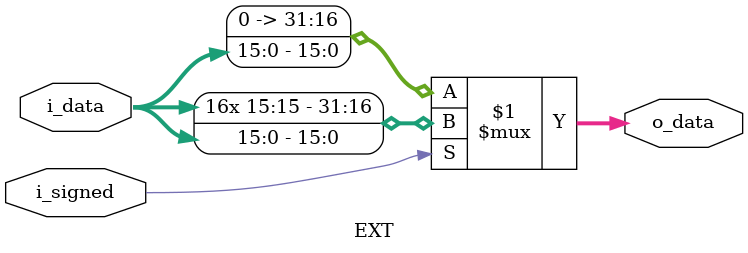
<source format=v>
`timescale 1ns / 1ps


module EXT #(
    parameter IWIDTH = 16
    )(
    input wire [IWIDTH-1:0] i_data,
    input wire i_signed,
    output wire [31:0] o_data
    );

    assign o_data[31:0] = (i_signed ? {{(32-IWIDTH){i_data[IWIDTH-1]}}, i_data[IWIDTH-1:0]} : {{(32-IWIDTH){1'b0}}, i_data[IWIDTH-1:0]});

endmodule

</source>
